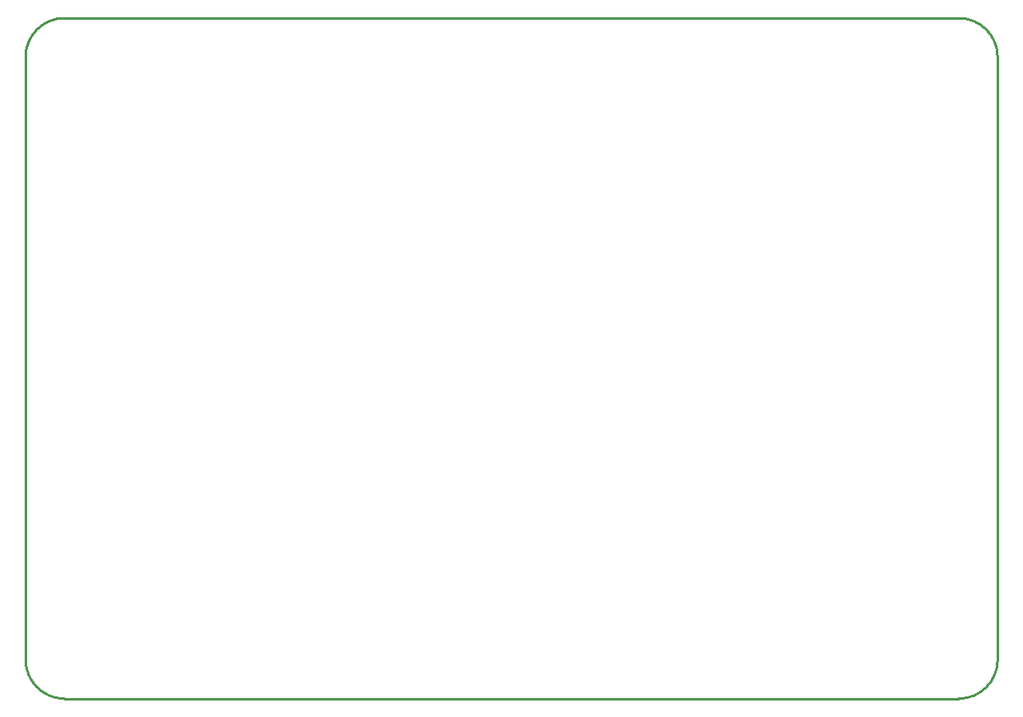
<source format=gko>
G04 Layer: BoardOutlineLayer*
G04 EasyEDA v6.5.1, 2022-03-30 12:51:21*
G04 1b3168c556004a9db489dd156287313a,d03eed67808b488db07f83a96349b93e,10*
G04 Gerber Generator version 0.2*
G04 Scale: 100 percent, Rotated: No, Reflected: No *
G04 Dimensions in inches *
G04 leading zeros omitted , absolute positions ,3 integer and 6 decimal *
%FSLAX36Y36*%
%MOIN*%

%ADD10C,0.0100*%
D10*
X3779528Y-2755906D02*
G01*
X157480Y-2755906D01*
X3937007Y-157480D02*
G01*
X3937007Y-2598425D01*
X0Y-2598425D02*
G01*
X0Y-157480D01*
X157480Y0D02*
G01*
X3779528Y0D01*
G75*
G01*
X3937008Y-2598425D02*
G02*
X3779528Y-2755906I-157480J-1D01*
G75*
G01*
X157480Y-2755906D02*
G02*
X0Y-2598425I0J157480D01*
G75*
G01*
X0Y-157480D02*
G02*
X157480Y0I157480J0D01*
G75*
G01*
X3779528Y0D02*
G02*
X3937008Y-157480I0J-157480D01*

%LPD*%
M02*

</source>
